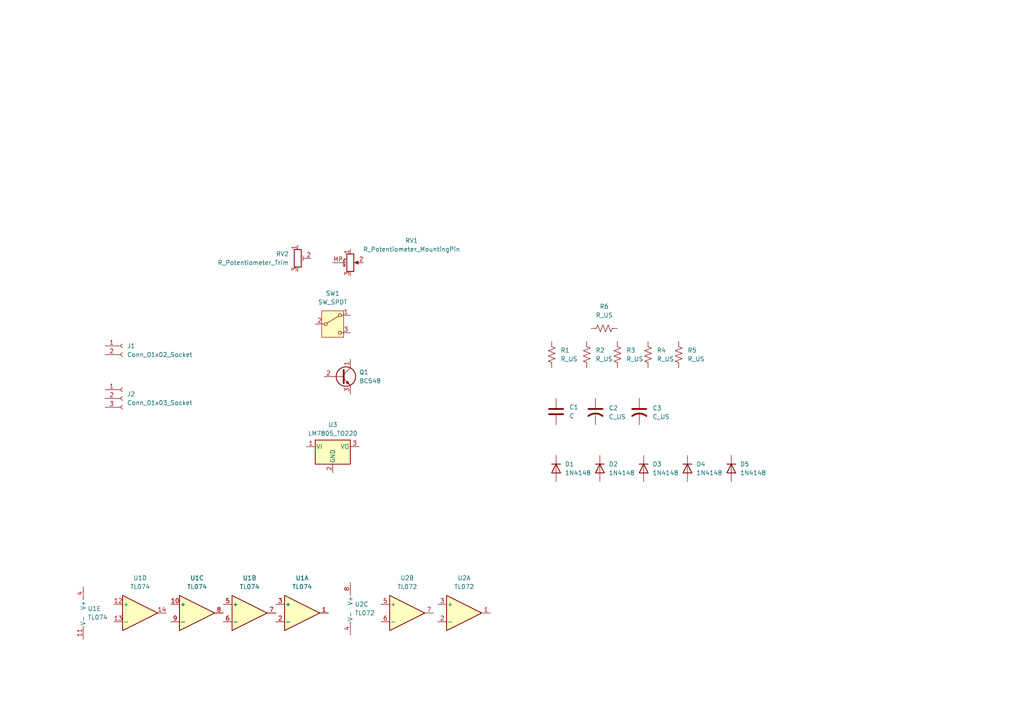
<source format=kicad_sch>
(kicad_sch (version 20250114) (generator "eeschema") (generator_version "9.0")
  (paper "A4")
  (lib_symbols
    (symbol "Amplifier_Operational:TL072" (pin_names (offset 0.127))
      (property "Reference" "U" (at 0 5.08 0))
      (property "Value" "TL072" (at 0 -5.08 0))
      (symbol "TL072_1_1"
        (polyline (pts (xy -5.08 5.08) (xy 5.08 0) (xy -5.08 -5.08) (xy -5.08 5.08)) (stroke (width 0.254)) (fill (type background)))
        (pin input line (at -7.62 2.54 0) (length 2.54) (name "+") (number "3"))
        (pin input line (at -7.62 -2.54 0) (length 2.54) (name "-") (number "2"))
        (pin output line (at 7.62 0 180) (length 2.54) (name "~") (number "1"))
      )
      (symbol "TL072_2_1"
        (polyline (pts (xy -5.08 5.08) (xy 5.08 0) (xy -5.08 -5.08) (xy -5.08 5.08)) (stroke (width 0.254)) (fill (type background)))
        (pin input line (at -7.62 2.54 0) (length 2.54) (name "+") (number "5"))
        (pin input line (at -7.62 -2.54 0) (length 2.54) (name "-") (number "6"))
        (pin output line (at 7.62 0 180) (length 2.54) (name "~") (number "7"))
      )
      (symbol "TL072_3_1"
        (pin power_in line (at -2.54 7.62 270) (length 3.81) (name "V+") (number "8"))
        (pin power_in line (at -2.54 -7.62 90) (length 3.81) (name "V-") (number "4"))
      )
    )
    (symbol "Amplifier_Operational:TL074" (pin_names (offset 0.127))
      (property "Reference" "U" (at 0 5.08 0))
      (property "Value" "TL074" (at 0 -5.08 0))
      (symbol "TL074_1_1"
        (polyline (pts (xy -5.08 5.08) (xy 5.08 0) (xy -5.08 -5.08) (xy -5.08 5.08)) (stroke (width 0.254)) (fill (type background)))
        (pin input line (at -7.62 2.54 0) (length 2.54) (name "+") (number "3"))
        (pin input line (at -7.62 -2.54 0) (length 2.54) (name "-") (number "2"))
        (pin output line (at 7.62 0 180) (length 2.54) (name "~") (number "1"))
      )
      (symbol "TL074_2_1"
        (polyline (pts (xy -5.08 5.08) (xy 5.08 0) (xy -5.08 -5.08) (xy -5.08 5.08)) (stroke (width 0.254)) (fill (type background)))
        (pin input line (at -7.62 2.54 0) (length 2.54) (name "+") (number "5"))
        (pin input line (at -7.62 -2.54 0) (length 2.54) (name "-") (number "6"))
        (pin output line (at 7.62 0 180) (length 2.54) (name "~") (number "7"))
      )
      (symbol "TL074_3_1"
        (polyline (pts (xy -5.08 5.08) (xy 5.08 0) (xy -5.08 -5.08) (xy -5.08 5.08)) (stroke (width 0.254)) (fill (type background)))
        (pin input line (at -7.62 2.54 0) (length 2.54) (name "+") (number "10"))
        (pin input line (at -7.62 -2.54 0) (length 2.54) (name "-") (number "9"))
        (pin output line (at 7.62 0 180) (length 2.54) (name "~") (number "8"))
      )
      (symbol "TL074_4_1"
        (polyline (pts (xy -5.08 5.08) (xy 5.08 0) (xy -5.08 -5.08) (xy -5.08 5.08)) (stroke (width 0.254)) (fill (type background)))
        (pin input line (at -7.62 2.54 0) (length 2.54) (name "+") (number "12"))
        (pin input line (at -7.62 -2.54 0) (length 2.54) (name "-") (number "13"))
        (pin output line (at 7.62 0 180) (length 2.54) (name "~") (number "14"))
      )
      (symbol "TL074_5_1"
        (pin power_in line (at -2.54 7.62 270) (length 3.81) (name "V+") (number "4"))
        (pin power_in line (at -2.54 -7.62 90) (length 3.81) (name "V-") (number "11"))
      )
    )
    (symbol "Connector:Conn_01x02_Socket" (pin_names (offset 1.016) (hide yes))
      (property "Reference" "J" (at 0 2.54 0))
      (property "Value" "Conn_01x02_Socket" (at 0 -5.08 0))
      (symbol "Conn_01x02_Socket_1_1"
        (polyline (pts (xy -1.27 0) (xy -0.508 0)) (stroke (width 0.1524)))
        (polyline (pts (xy -1.27 -2.54) (xy -0.508 -2.54)) (stroke (width 0.1524)))
        (arc (start 0 -0.508) (mid -0.5058 0) (end 0 0.508) (stroke (width 0.1524)))
        (arc (start 0 -3.048) (mid -0.5058 -2.54) (end 0 -2.032) (stroke (width 0.1524)))
        (pin passive line (at -5.08 0 0) (length 3.81) (name "Pin_1") (number "1"))
        (pin passive line (at -5.08 -2.54 0) (length 3.81) (name "Pin_2") (number "2"))
      )
    )
    (symbol "Connector:Conn_01x03_Socket" (pin_names (offset 1.016) (hide yes))
      (property "Reference" "J" (at 0 5.08 0))
      (property "Value" "Conn_01x03_Socket" (at 0 -5.08 0))
      (symbol "Conn_01x03_Socket_1_1"
        (polyline (pts (xy -1.27 2.54) (xy -0.508 2.54)) (stroke (width 0.1524)))
        (polyline (pts (xy -1.27 0) (xy -0.508 0)) (stroke (width 0.1524)))
        (polyline (pts (xy -1.27 -2.54) (xy -0.508 -2.54)) (stroke (width 0.1524)))
        (arc (start 0 2.032) (mid -0.5058 2.54) (end 0 3.048) (stroke (width 0.1524)))
        (arc (start 0 -0.508) (mid -0.5058 0) (end 0 0.508) (stroke (width 0.1524)))
        (arc (start 0 -3.048) (mid -0.5058 -2.54) (end 0 -2.032) (stroke (width 0.1524)))
        (pin passive line (at -5.08 2.54 0) (length 3.81) (name "Pin_1") (number "1"))
        (pin passive line (at -5.08 0 0) (length 3.81) (name "Pin_2") (number "2"))
        (pin passive line (at -5.08 -2.54 0) (length 3.81) (name "Pin_3") (number "3"))
      )
    )
    (symbol "Device:C" (pin_numbers (hide yes)) (pin_names (offset 0.254))
      (property "Reference" "C" (at 0.635 2.54 0))
      (property "Value" "C" (at 0.635 -2.54 0))
      (symbol "C_0_1"
        (polyline (pts (xy -2.032 0.762) (xy 2.032 0.762)) (stroke (width 0.508)))
        (polyline (pts (xy -2.032 -0.762) (xy 2.032 -0.762)) (stroke (width 0.508)))
      )
      (symbol "C_1_1"
        (pin passive line (at 0 3.81 270) (length 2.794) (name "~") (number "1"))
        (pin passive line (at 0 -3.81 90) (length 2.794) (name "~") (number "2"))
      )
    )
    (symbol "Device:C_US" (pin_numbers (hide yes)) (pin_names (offset 0.254) (hide yes))
      (property "Reference" "C" (at 0.635 2.54 0))
      (property "Value" "C_US" (at 0.635 -2.54 0))
      (symbol "C_US_0_1"
        (polyline (pts (xy -2.032 0.762) (xy 2.032 0.762)) (stroke (width 0.508)))
        (arc (start -2.032 -1.27) (mid 0 -0.5572) (end 2.032 -1.27) (stroke (width 0.508)))
      )
      (symbol "C_US_1_1"
        (pin passive line (at 0 3.81 270) (length 2.794) (name "~") (number "1"))
        (pin passive line (at 0 -3.81 90) (length 3.302) (name "~") (number "2"))
      )
    )
    (symbol "Device:R_Potentiometer_MountingPin" (pin_names (offset 1.016) (hide yes))
      (property "Reference" "RV" (at -8.255 0 90))
      (property "Value" "R_Potentiometer_MountingPin" (at -6.35 0 90))
      (symbol "R_Potentiometer_MountingPin_0_1"
        (rectangle (start 1.016 2.54) (end -1.016 -2.54) (stroke (width 0.254)))
        (polyline (pts (xy 1.143 0) (xy 2.286 0.508) (xy 2.286 -0.508)) (fill (type outline)))
        (polyline (pts (xy 2.54 0) (xy 1.524 0)))
      )
      (symbol "R_Potentiometer_MountingPin_1_1"
        (polyline (pts (xy -2.032 1.016) (xy -2.032 -1.016)) (stroke (width 0.1524)))
        (text "Mounting" (at -1.651 0 900) (effects (font (size 0.381 0.381))))
        (pin passive line (at -5.08 0 0) (length 3.048) (name "MountPin") (number "MP"))
        (pin passive line (at 0 3.81 270) (length 1.27) (name "1") (number "1"))
        (pin passive line (at 0 -3.81 90) (length 1.27) (name "3") (number "3"))
        (pin passive line (at 3.81 0 180) (length 1.27) (name "2") (number "2"))
      )
    )
    (symbol "Device:R_Potentiometer_Trim" (pin_names (offset 1.016) (hide yes))
      (property "Reference" "RV" (at -4.445 0 90))
      (property "Value" "R_Potentiometer_Trim" (at -2.54 0 90))
      (symbol "R_Potentiometer_Trim_0_1"
        (rectangle (start 1.016 2.54) (end -1.016 -2.54) (stroke (width 0.254)))
        (polyline (pts (xy 1.524 0.762) (xy 1.524 -0.762)))
        (polyline (pts (xy 2.54 0) (xy 1.524 0)))
      )
      (symbol "R_Potentiometer_Trim_1_1"
        (pin passive line (at 0 3.81 270) (length 1.27) (name "1") (number "1"))
        (pin passive line (at 0 -3.81 90) (length 1.27) (name "3") (number "3"))
        (pin passive line (at 3.81 0 180) (length 1.27) (name "2") (number "2"))
      )
    )
    (symbol "Device:R_US" (pin_numbers (hide yes)) (pin_names (offset 0))
      (property "Reference" "R" (at 2.54 0 90))
      (property "Value" "R_US" (at -2.54 0 90))
      (symbol "R_US_0_1"
        (polyline (pts (xy 0 2.286) (xy 0 2.54)))
        (polyline (pts (xy 0 2.286) (xy 1.016 1.905) (xy 0 1.524) (xy -1.016 1.143) (xy 0 0.762)))
        (polyline (pts (xy 0 0.762) (xy 1.016 0.381) (xy 0 0) (xy -1.016 -0.381) (xy 0 -0.762)))
        (polyline (pts (xy 0 -0.762) (xy 1.016 -1.143) (xy 0 -1.524) (xy -1.016 -1.905) (xy 0 -2.286)))
        (polyline (pts (xy 0 -2.286) (xy 0 -2.54)))
      )
      (symbol "R_US_1_1"
        (pin passive line (at 0 3.81 270) (length 1.27) (name "~") (number "1"))
        (pin passive line (at 0 -3.81 90) (length 1.27) (name "~") (number "2"))
      )
    )
    (symbol "Diode:1N4148" (pin_numbers (hide yes)) (pin_names (hide yes))
      (property "Reference" "D" (at 0 2.54 0))
      (property "Value" "1N4148" (at 0 -2.54 0))
      (symbol "1N4148_0_1"
        (polyline (pts (xy -1.27 1.27) (xy -1.27 -1.27)) (stroke (width 0.254)))
        (polyline (pts (xy 1.27 1.27) (xy 1.27 -1.27) (xy -1.27 0) (xy 1.27 1.27)) (stroke (width 0.254)))
        (polyline (pts (xy 1.27 0) (xy -1.27 0)))
      )
      (symbol "1N4148_1_1"
        (pin passive line (at -3.81 0 0) (length 2.54) (name "K") (number "1"))
        (pin passive line (at 3.81 0 180) (length 2.54) (name "A") (number "2"))
      )
    )
    (symbol "Regulator_Linear:LM7805_TO220" (pin_names (offset 0.254))
      (property "Reference" "U" (at -3.81 3.175 0))
      (property "Value" "LM7805_TO220" (at 0 3.175 0))
      (symbol "LM7805_TO220_0_1"
        (rectangle (start -5.08 1.905) (end 5.08 -5.08) (stroke (width 0.254)) (fill (type background)))
      )
      (symbol "LM7805_TO220_1_1"
        (pin power_in line (at -7.62 0 0) (length 2.54) (name "VI") (number "1"))
        (pin power_in line (at 0 -7.62 90) (length 2.54) (name "GND") (number "2"))
        (pin power_out line (at 7.62 0 180) (length 2.54) (name "VO") (number "3"))
      )
    )
    (symbol "Switch:SW_SPDT" (pin_names (offset 0) (hide yes))
      (property "Reference" "SW" (at 0 5.08 0))
      (property "Value" "SW_SPDT" (at 0 -5.08 0))
      (symbol "SW_SPDT_0_1"
        (circle (center -2.032 0) (radius 0.4572))
        (polyline (pts (xy -1.651 0.254) (xy 1.651 2.286)))
        (circle (center 2.032 2.54) (radius 0.4572))
        (circle (center 2.032 -2.54) (radius 0.4572))
      )
      (symbol "SW_SPDT_1_1"
        (rectangle (start -3.175 3.81) (end 3.175 -3.81) (fill (type background)))
        (pin passive line (at -5.08 0 0) (length 2.54) (name "B") (number "2"))
        (pin passive line (at 5.08 2.54 180) (length 2.54) (name "A") (number "1"))
        (pin passive line (at 5.08 -2.54 180) (length 2.54) (name "C") (number "3"))
      )
    )
    (symbol "Transistor_BJT:BC548" (pin_names (offset 0) (hide yes))
      (property "Reference" "Q" (at 5.08 1.905 0))
      (property "Value" "BC548" (at 5.08 0 0))
      (symbol "BC548_0_1"
        (polyline (pts (xy -2.54 0) (xy 0.635 0)))
        (polyline (pts (xy 0.635 1.905) (xy 0.635 -1.905)) (stroke (width 0.508)))
        (circle (center 1.27 0) (radius 2.8194) (stroke (width 0.254)))
      )
      (symbol "BC548_1_1"
        (polyline (pts (xy 0.635 0.635) (xy 2.54 2.54)))
        (polyline (pts (xy 0.635 -0.635) (xy 2.54 -2.54)))
        (polyline (pts (xy 1.27 -1.778) (xy 1.778 -1.27) (xy 2.286 -2.286) (xy 1.27 -1.778)) (fill (type outline)))
        (pin input line (at -5.08 0 0) (length 2.54) (name "B") (number "2"))
        (pin passive line (at 2.54 5.08 270) (length 2.54) (name "C") (number "1"))
        (pin passive line (at 2.54 -5.08 90) (length 2.54) (name "E") (number "3"))
      )
    )
  )
  (symbol (lib_id "Amplifier_Operational:TL074") (at 57.15 177.8 0) (unit 3)
    (property "Reference" "U1" (at 57.15 167.64 0))
    (property "Value" "TL074" (at 57.15 170.18 0))
    (property "Footprint" "User:DIP-14_CNC" (effects (hide yes)))
    (property "Datasheet" "http://www.ti.com/lit/ds/symlink/tl071.pdf" (effects (hide yes)))
    (property "Description" "Quad Low-Noise JFET-Input Operational Amplifiers, DIP-14/SOIC-14" (effects (hide yes)))
  )
  (symbol (lib_id "Device:R_Potentiometer_MountingPin") (at 101.6 76.2 0) (unit 1)
    (property "Reference" "RV1" (at 119.38 69.7798 0))
    (property "Value" "R_Potentiometer_MountingPin" (at 119.38 72.3198 0))
    (property "Footprint" "User:Potentiometer_PanelMount_CNC" (effects (hide yes)))
    (property "Description" "Potentiometer with a mounting pin" (effects (hide yes)))
  )
  (symbol (lib_id "Amplifier_Operational:TL072") (at 134.62 177.8 0) (unit 1)
    (property "Reference" "U2" (at 134.62 167.64 0))
    (property "Value" "TL072" (at 134.62 170.18 0))
    (property "Footprint" "User:DIP8_CNC" (effects (hide yes)))
    (property "Datasheet" "http://www.ti.com/lit/ds/symlink/tl071.pdf" (effects (hide yes)))
    (property "Description" "Dual Low-Noise JFET-Input Operational Amplifiers, DIP-8/SOIC-8" (effects (hide yes)))
  )
  (symbol (lib_id "Amplifier_Operational:TL072") (at 104.14 176.53 0) (unit 3)
    (property "Reference" "U2" (at 102.87 175.2599 0) (effects (justify left)))
    (property "Value" "TL072" (at 102.87 177.7999 0) (effects (justify left)))
    (property "Footprint" "User:DIP8_CNC" (effects (hide yes)))
    (property "Datasheet" "http://www.ti.com/lit/ds/symlink/tl071.pdf" (effects (hide yes)))
    (property "Description" "Dual Low-Noise JFET-Input Operational Amplifiers, DIP-8/SOIC-8" (effects (hide yes)))
  )
  (symbol (lib_id "Connector:Conn_01x03_Socket") (at 35.56 115.57 0) (unit 1)
    (property "Reference" "J2" (at 36.83 114.2999 0) (effects (justify left)))
    (property "Value" "Conn_01x03_Socket" (at 36.83 116.8399 0) (effects (justify left)))
    (property "Footprint" "User:TerminalBlock_1x3_CNC" (effects (hide yes)))
    (property "Description" "Generic connector, single row, 01x03, script generated" (effects (hide yes)))
  )
  (symbol (lib_id "Device:R_US") (at 170.18 102.87 0) (unit 1)
    (property "Reference" "R2" (at 172.72 101.5999 0) (effects (justify left)))
    (property "Value" "R_US" (at 172.72 104.1399 0) (effects (justify left)))
    (property "Footprint" "User:R_5.08mm_CNC" (effects (hide yes)))
    (property "Description" "Resistor, US symbol" (effects (hide yes)))
  )
  (symbol (lib_id "Diode:1N4148") (at 173.99 135.89 270) (unit 1)
    (property "Reference" "D2" (at 176.53 134.6199 90) (effects (justify left)))
    (property "Value" "1N4148" (at 176.53 137.1599 90) (effects (justify left)))
    (property "Footprint" "User:D_P5.08mm_CNC" (effects (hide yes)))
    (property "Datasheet" "https://assets.nexperia.com/documents/data-sheet/1N4148_1N4448.pdf" (effects (hide yes)))
    (property "Description" "100V 0.15A standard switching diode, DO-35" (effects (hide yes)))
    (property "Sim.Device" "D" (effects (hide yes)))
    (property "Sim.Pins" "1=K 2=A" (effects (hide yes)))
  )
  (symbol (lib_id "Amplifier_Operational:TL074") (at 40.64 177.8 0) (unit 4)
    (property "Reference" "U1" (at 40.64 167.64 0))
    (property "Value" "TL074" (at 40.64 170.18 0))
    (property "Footprint" "User:DIP-14_CNC" (effects (hide yes)))
    (property "Datasheet" "http://www.ti.com/lit/ds/symlink/tl071.pdf" (effects (hide yes)))
    (property "Description" "Quad Low-Noise JFET-Input Operational Amplifiers, DIP-14/SOIC-14" (effects (hide yes)))
  )
  (symbol (lib_id "Transistor_BJT:BC548") (at 99.06 109.22 0) (unit 1)
    (property "Reference" "Q1" (at 104.14 107.9499 0) (effects (justify left)))
    (property "Value" "BC548" (at 104.14 110.4899 0) (effects (justify left)))
    (property "Footprint" "User:TO-92_CNC" (effects (hide yes)))
    (property "Datasheet" "https://www.onsemi.com/pub/Collateral/BC550-D.pdf" (effects (hide yes)))
    (property "Description" "0.1A Ic, 30V Vce, Small Signal NPN Transistor, TO-92" (effects (hide yes)))
  )
  (symbol (lib_id "Regulator_Linear:LM7805_TO220") (at 96.52 129.54 0) (unit 1)
    (property "Reference" "U3" (at 96.52 123.19 0))
    (property "Value" "LM7805_TO220" (at 96.52 125.73 0))
    (property "Footprint" "User:TO-220_CNC" (effects (hide yes)))
    (property "Datasheet" "https://www.onsemi.cn/PowerSolutions/document/MC7800-D.PDF" (effects (hide yes)))
    (property "Description" "Positive 1A 35V Linear Regulator, Fixed Output 5V, TO-220" (effects (hide yes)))
  )
  (symbol (lib_id "Device:R_US") (at 160.02 102.87 0) (unit 1)
    (property "Reference" "R1" (at 162.56 101.5999 0) (effects (justify left)))
    (property "Value" "R_US" (at 162.56 104.1399 0) (effects (justify left)))
    (property "Footprint" "User:R_2.54mm_CNC" (effects (hide yes)))
    (property "Description" "Resistor, US symbol" (effects (hide yes)))
  )
  (symbol (lib_id "Device:R_US") (at 187.96 102.87 0) (unit 1)
    (property "Reference" "R4" (at 190.5 101.5999 0) (effects (justify left)))
    (property "Value" "R_US" (at 190.5 104.1399 0) (effects (justify left)))
    (property "Footprint" "User:R_10.16mm_CNC" (effects (hide yes)))
    (property "Description" "Resistor, US symbol" (effects (hide yes)))
  )
  (symbol (lib_id "Device:R_US") (at 175.26 95.25 90) (unit 1)
    (property "Reference" "R6" (at 175.26 88.9 90))
    (property "Value" "R_US" (at 175.26 91.44 90))
    (property "Footprint" "User:R_10.16mm_CNC" (effects (hide yes)))
    (property "Description" "Resistor, US symbol" (effects (hide yes)))
  )
  (symbol (lib_id "Switch:SW_SPDT") (at 96.52 93.98 0) (unit 1)
    (property "Reference" "SW1" (at 96.52 85.09 0))
    (property "Value" "SW_SPDT" (at 96.52 87.63 0))
    (property "Footprint" "User:SW_Slide_SPST_H6.00mm_CNC" (effects (hide yes)))
    (property "Description" "Switch, single pole double throw" (effects (hide yes)))
  )
  (symbol (lib_id "Connector:Conn_01x02_Socket") (at 35.56 100.33 0) (unit 1)
    (property "Reference" "J1" (at 36.83 100.3299 0) (effects (justify left)))
    (property "Value" "Conn_01x02_Socket" (at 36.83 102.8699 0) (effects (justify left)))
    (property "Footprint" "User:TerminalBlock_1x2_CNC" (effects (hide yes)))
    (property "Description" "Generic connector, single row, 01x02, script generated" (effects (hide yes)))
  )
  (symbol (lib_id "Diode:1N4148") (at 161.29 135.89 270) (unit 1)
    (property "Reference" "D1" (at 163.83 134.6199 90) (effects (justify left)))
    (property "Value" "1N4148" (at 163.83 137.1599 90) (effects (justify left)))
    (property "Footprint" "User:D_P2.54mm_CNC" (effects (hide yes)))
    (property "Datasheet" "https://assets.nexperia.com/documents/data-sheet/1N4148_1N4448.pdf" (effects (hide yes)))
    (property "Description" "100V 0.15A standard switching diode, DO-35" (effects (hide yes)))
    (property "Sim.Device" "D" (effects (hide yes)))
    (property "Sim.Pins" "1=K 2=A" (effects (hide yes)))
  )
  (symbol (lib_id "Amplifier_Operational:TL072") (at 118.11 177.8 0) (unit 2)
    (property "Reference" "U2" (at 118.11 167.64 0))
    (property "Value" "TL072" (at 118.11 170.18 0))
    (property "Footprint" "User:DIP8_CNC" (effects (hide yes)))
    (property "Datasheet" "http://www.ti.com/lit/ds/symlink/tl071.pdf" (effects (hide yes)))
    (property "Description" "Dual Low-Noise JFET-Input Operational Amplifiers, DIP-8/SOIC-8" (effects (hide yes)))
  )
  (symbol (lib_id "Diode:1N4148") (at 186.69 135.89 270) (unit 1)
    (property "Reference" "D3" (at 189.23 134.6199 90) (effects (justify left)))
    (property "Value" "1N4148" (at 189.23 137.1599 90) (effects (justify left)))
    (property "Footprint" "User:D_P7.62mm_CNC" (effects (hide yes)))
    (property "Datasheet" "https://assets.nexperia.com/documents/data-sheet/1N4148_1N4448.pdf" (effects (hide yes)))
    (property "Description" "100V 0.15A standard switching diode, DO-35" (effects (hide yes)))
    (property "Sim.Device" "D" (effects (hide yes)))
    (property "Sim.Pins" "1=K 2=A" (effects (hide yes)))
  )
  (symbol (lib_id "Device:C_US") (at 172.72 119.38 0) (unit 1)
    (property "Reference" "C2" (at 176.53 118.3639 0) (effects (justify left)))
    (property "Value" "C_US" (at 176.53 120.9039 0) (effects (justify left)))
    (property "Footprint" "User:C_Radial_Polarized_P2.5mm_CNC" (effects (hide yes)))
    (property "Description" "capacitor, US symbol" (effects (hide yes)))
  )
  (symbol (lib_id "Device:R_US") (at 196.85 102.87 0) (unit 1)
    (property "Reference" "R5" (at 199.39 101.5999 0) (effects (justify left)))
    (property "Value" "R_US" (at 199.39 104.1399 0) (effects (justify left)))
    (property "Footprint" "User:R_15.24mm_CNC" (effects (hide yes)))
    (property "Description" "Resistor, US symbol" (effects (hide yes)))
  )
  (symbol (lib_id "Diode:1N4148") (at 212.09 135.89 270) (unit 1)
    (property "Reference" "D5" (at 214.63 134.6199 90) (effects (justify left)))
    (property "Value" "1N4148" (at 214.63 137.1599 90) (effects (justify left)))
    (property "Footprint" "User:D_P12.70mm_CNC" (effects (hide yes)))
    (property "Datasheet" "https://assets.nexperia.com/documents/data-sheet/1N4148_1N4448.pdf" (effects (hide yes)))
    (property "Description" "100V 0.15A standard switching diode, DO-35" (effects (hide yes)))
    (property "Sim.Device" "D" (effects (hide yes)))
    (property "Sim.Pins" "1=K 2=A" (effects (hide yes)))
  )
  (symbol (lib_id "Diode:1N4148") (at 199.39 135.89 270) (unit 1)
    (property "Reference" "D4" (at 201.93 134.6199 90) (effects (justify left)))
    (property "Value" "1N4148" (at 201.93 137.1599 90) (effects (justify left)))
    (property "Footprint" "User:D_P10.16mm_CNC" (effects (hide yes)))
    (property "Datasheet" "https://assets.nexperia.com/documents/data-sheet/1N4148_1N4448.pdf" (effects (hide yes)))
    (property "Description" "100V 0.15A standard switching diode, DO-35" (effects (hide yes)))
    (property "Sim.Device" "D" (effects (hide yes)))
    (property "Sim.Pins" "1=K 2=A" (effects (hide yes)))
  )
  (symbol (lib_id "Device:C_US") (at 185.42 119.38 0) (unit 1)
    (property "Reference" "C3" (at 189.23 118.3639 0) (effects (justify left)))
    (property "Value" "C_US" (at 189.23 120.9039 0) (effects (justify left)))
    (property "Footprint" "User:C_Radial_Polarized_P7.50mm_CNC" (effects (hide yes)))
    (property "Description" "capacitor, US symbol" (effects (hide yes)))
  )
  (symbol (lib_id "Device:C") (at 161.29 119.38 0) (unit 1)
    (property "Reference" "C1" (at 165.1 118.1099 0) (effects (justify left)))
    (property "Value" "C" (at 165.1 120.6499 0) (effects (justify left)))
    (property "Footprint" "User:C_Rect_P5.00mm_CNC" (effects (hide yes)))
    (property "Description" "Unpolarized capacitor" (effects (hide yes)))
  )
  (symbol (lib_id "Amplifier_Operational:TL074") (at 87.63 177.8 0) (unit 1)
    (property "Reference" "U1" (at 87.63 167.64 0))
    (property "Value" "TL074" (at 87.63 170.18 0))
    (property "Footprint" "User:DIP-14_CNC" (effects (hide yes)))
    (property "Datasheet" "http://www.ti.com/lit/ds/symlink/tl071.pdf" (effects (hide yes)))
    (property "Description" "Quad Low-Noise JFET-Input Operational Amplifiers, DIP-14/SOIC-14" (effects (hide yes)))
  )
  (symbol (lib_id "Amplifier_Operational:TL074") (at 72.39 177.8 0) (unit 2)
    (property "Reference" "U1" (at 72.39 167.64 0))
    (property "Value" "TL074" (at 72.39 170.18 0))
    (property "Footprint" "User:DIP-14_CNC" (effects (hide yes)))
    (property "Datasheet" "http://www.ti.com/lit/ds/symlink/tl071.pdf" (effects (hide yes)))
    (property "Description" "Quad Low-Noise JFET-Input Operational Amplifiers, DIP-14/SOIC-14" (effects (hide yes)))
  )
  (symbol (lib_id "Device:R_Potentiometer_Trim") (at 86.36 74.93 0) (unit 1)
    (property "Reference" "RV2" (at 83.82 73.6599 0) (effects (justify right)))
    (property "Value" "R_Potentiometer_Trim" (at 83.82 76.1999 0) (effects (justify right)))
    (property "Footprint" "User:Potentiometer_Trim_CNC" (effects (hide yes)))
    (property "Description" "Trim-potentiometer" (effects (hide yes)))
  )
  (symbol (lib_id "Amplifier_Operational:TL074") (at 26.67 177.8 0) (unit 5)
    (property "Reference" "U1" (at 25.4 176.5299 0) (effects (justify left)))
    (property "Value" "TL074" (at 25.4 179.0699 0) (effects (justify left)))
    (property "Footprint" "User:DIP-14_CNC" (effects (hide yes)))
    (property "Datasheet" "http://www.ti.com/lit/ds/symlink/tl071.pdf" (effects (hide yes)))
    (property "Description" "Quad Low-Noise JFET-Input Operational Amplifiers, DIP-14/SOIC-14" (effects (hide yes)))
  )
  (symbol (lib_id "Device:R_US") (at 179.07 102.87 0) (unit 1)
    (property "Reference" "R3" (at 181.61 101.5999 0) (effects (justify left)))
    (property "Value" "R_US" (at 181.61 104.1399 0) (effects (justify left)))
    (property "Footprint" "User:R_7.62mm_CNC" (effects (hide yes)))
    (property "Description" "Resistor, US symbol" (effects (hide yes)))
  )
)
</source>
